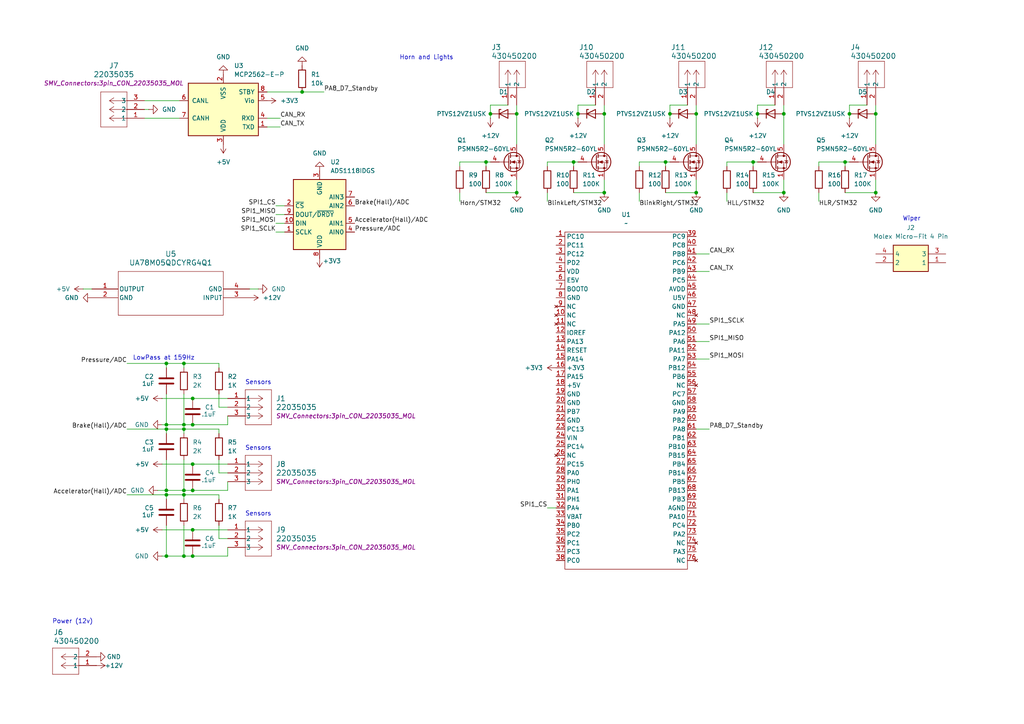
<source format=kicad_sch>
(kicad_sch (version 20250114) (generator "eeschema") (generator_version "9.0")
  (paper "A4")
  (lib_symbols
    (symbol "Analog_ADC:ADS1118IDGS"
      (property "Reference" "U" (at 1.27 13.97 0))
      (property "Value" "ADS1118IDGS" (at 1.27 11.43 0))
      (symbol "ADS1118IDGS_0_1"
        (rectangle (start 7.62 10.16) (end -7.62 -10.16) (stroke (width 0.254)) (fill (type background)))
      )
      (symbol "ADS1118IDGS_1_1"
        (pin input line (at -10.16 5.08 0) (length 2.54) (name "AIN0") (number "4"))
        (pin input line (at -10.16 2.54 0) (length 2.54) (name "AIN1") (number "5"))
        (pin input line (at -10.16 -2.54 0) (length 2.54) (name "AIN2") (number "6"))
        (pin input line (at -10.16 -5.08 0) (length 2.54) (name "AIN3") (number "7"))
        (pin power_in line (at 0 12.7 270) (length 2.54) (name "VDD") (number "8"))
        (pin power_in line (at 0 -12.7 90) (length 2.54) (name "GND") (number "3"))
        (pin input line (at 10.16 5.08 180) (length 2.54) (name "SCLK") (number "1"))
        (pin input line (at 10.16 2.54 180) (length 2.54) (name "DIN") (number "10"))
        (pin output line (at 10.16 0 180) (length 2.54) (name "DOUT/~{DRDY}") (number "9"))
        (pin input line (at 10.16 -2.54 180) (length 2.54) (name "~{CS}") (number "2"))
      )
    )
    (symbol "Device:C" (pin_numbers (hide yes)) (pin_names (offset 0.254))
      (property "Reference" "C" (at 0.635 2.54 0))
      (property "Value" "C" (at 0.635 -2.54 0))
      (symbol "C_0_1"
        (polyline (pts (xy -2.032 0.762) (xy 2.032 0.762)) (stroke (width 0.508)))
        (polyline (pts (xy -2.032 -0.762) (xy 2.032 -0.762)) (stroke (width 0.508)))
      )
      (symbol "C_1_1"
        (pin passive line (at 0 3.81 270) (length 2.794) (name "~") (number "1"))
        (pin passive line (at 0 -3.81 90) (length 2.794) (name "~") (number "2"))
      )
    )
    (symbol "Device:R" (pin_numbers (hide yes)) (pin_names (offset 0))
      (property "Reference" "R" (at 2.032 0 90))
      (property "Value" "R" (at 0 0 90))
      (symbol "R_0_1"
        (rectangle (start -1.016 -2.54) (end 1.016 2.54) (stroke (width 0.254)))
      )
      (symbol "R_1_1"
        (pin passive line (at 0 3.81 270) (length 1.27) (name "~") (number "1"))
        (pin passive line (at 0 -3.81 90) (length 1.27) (name "~") (number "2"))
      )
    )
    (symbol "Diode:PTVS12VZ1USK" (pin_numbers (hide yes)) (pin_names (hide yes))
      (property "Reference" "D" (at 0 2.54 0))
      (property "Value" "PTVS12VZ1USK" (at 0 -2.54 0))
      (symbol "PTVS12VZ1USK_0_1"
        (polyline (pts (xy -1.27 -1.27) (xy -1.27 1.27) (xy -0.762 1.27)) (stroke (width 0.254)))
        (polyline (pts (xy 1.27 0) (xy -1.27 0)))
        (polyline (pts (xy 1.27 -1.27) (xy 1.27 1.27) (xy -1.27 0) (xy 1.27 -1.27)) (stroke (width 0.254)))
      )
      (symbol "PTVS12VZ1USK_1_1"
        (pin passive line (at -3.81 0 0) (length 2.54) (name "K") (number "1"))
        (pin passive line (at 3.81 0 180) (length 2.54) (name "A") (number "2"))
      )
    )
    (symbol "Interface_CAN_LIN:MCP2562-E-P" (pin_names (offset 1.016))
      (property "Reference" "U" (at -10.16 8.89 0))
      (property "Value" "MCP2562-E-P" (at 2.54 8.89 0))
      (symbol "MCP2562-E-P_0_1"
        (rectangle (start -10.16 7.62) (end 10.16 -7.62) (stroke (width 0.254)) (fill (type background)))
      )
      (symbol "MCP2562-E-P_1_1"
        (pin input line (at -12.7 5.08 0) (length 2.54) (name "TXD") (number "1"))
        (pin output line (at -12.7 2.54 0) (length 2.54) (name "RXD") (number "4"))
        (pin power_in line (at -12.7 -2.54 0) (length 2.54) (name "Vio") (number "5"))
        (pin input line (at -12.7 -5.08 0) (length 2.54) (name "STBY") (number "8"))
        (pin power_in line (at 0 10.16 270) (length 2.54) (name "VDD") (number "3"))
        (pin power_in line (at 0 -10.16 90) (length 2.54) (name "VSS") (number "2"))
        (pin bidirectional line (at 12.7 2.54 180) (length 2.54) (name "CANH") (number "7"))
        (pin bidirectional line (at 12.7 -2.54 180) (length 2.54) (name "CANL") (number "6"))
      )
    )
    (symbol "SMV_Custom:3-pin Mini Molex Spox" (pin_names (offset 0.254))
      (property "Reference" "J" (at 8.89 6.35 0))
      (property "Value" "22035035" (at -3.81 3.81 0))
      (property "Footprint" "SMV_Connectors:3pin_CON_22035035_MOL" (at 0 0 0))
      (symbol "3-pin Mini Molex Spox_1_1"
        (polyline (pts (xy 5.08 2.54) (xy 5.08 -7.62)) (stroke (width 0.127)))
        (polyline (pts (xy 5.08 -7.62) (xy 12.7 -7.62)) (stroke (width 0.127)))
        (polyline (pts (xy 10.16 0) (xy 5.08 0)) (stroke (width 0.127)))
        (polyline (pts (xy 10.16 0) (xy 8.89 0.8467)) (stroke (width 0.127)))
        (polyline (pts (xy 10.16 0) (xy 8.89 -0.8467)) (stroke (width 0.127)))
        (polyline (pts (xy 10.16 -2.54) (xy 5.08 -2.54)) (stroke (width 0.127)))
        (polyline (pts (xy 10.16 -2.54) (xy 8.89 -1.6933)) (stroke (width 0.127)))
        (polyline (pts (xy 10.16 -2.54) (xy 8.89 -3.3867)) (stroke (width 0.127)))
        (polyline (pts (xy 10.16 -5.08) (xy 5.08 -5.08)) (stroke (width 0.127)))
        (polyline (pts (xy 10.16 -5.08) (xy 8.89 -4.2333)) (stroke (width 0.127)))
        (polyline (pts (xy 10.16 -5.08) (xy 8.89 -5.9267)) (stroke (width 0.127)))
        (polyline (pts (xy 12.7 2.54) (xy 5.08 2.54)) (stroke (width 0.127)))
        (polyline (pts (xy 12.7 -7.62) (xy 12.7 2.54)) (stroke (width 0.127)))
        (pin unspecified line (at 0 0 0) (length 5.08) (name "1") (number "1"))
        (pin unspecified line (at 0 -2.54 0) (length 5.08) (name "2") (number "2"))
        (pin unspecified line (at 0 -5.08 0) (length 5.08) (name "3") (number "3"))
      )
      (symbol "3-pin Mini Molex Spox_1_2"
        (polyline (pts (xy 5.08 2.54) (xy 5.08 -7.62)) (stroke (width 0.127)))
        (polyline (pts (xy 5.08 -7.62) (xy 12.7 -7.62)) (stroke (width 0.127)))
        (polyline (pts (xy 7.62 0) (xy 5.08 0)) (stroke (width 0.127)))
        (polyline (pts (xy 7.62 0) (xy 8.89 0.8467)) (stroke (width 0.127)))
        (polyline (pts (xy 7.62 0) (xy 8.89 -0.8467)) (stroke (width 0.127)))
        (polyline (pts (xy 7.62 -2.54) (xy 5.08 -2.54)) (stroke (width 0.127)))
        (polyline (pts (xy 7.62 -2.54) (xy 8.89 -1.6933)) (stroke (width 0.127)))
        (polyline (pts (xy 7.62 -2.54) (xy 8.89 -3.3867)) (stroke (width 0.127)))
        (polyline (pts (xy 7.62 -5.08) (xy 5.08 -5.08)) (stroke (width 0.127)))
        (polyline (pts (xy 7.62 -5.08) (xy 8.89 -4.2333)) (stroke (width 0.127)))
        (polyline (pts (xy 7.62 -5.08) (xy 8.89 -5.9267)) (stroke (width 0.127)))
        (polyline (pts (xy 12.7 2.54) (xy 5.08 2.54)) (stroke (width 0.127)))
        (polyline (pts (xy 12.7 -7.62) (xy 12.7 2.54)) (stroke (width 0.127)))
        (pin unspecified line (at 0 0 0) (length 5.08) (name "1") (number "1"))
        (pin unspecified line (at 0 -2.54 0) (length 5.08) (name "2") (number "2"))
        (pin unspecified line (at 0 -5.08 0) (length 5.08) (name "3") (number "3"))
      )
    )
    (symbol "SMV_Custom:430450200" (pin_names (offset 0.254))
      (property "Reference" "J" (at 8.89 6.35 0))
      (property "Value" "430450200" (at -3.048 -7.62 0))
      (symbol "430450200_1_1"
        (polyline (pts (xy 5.08 2.54) (xy 5.08 -5.08)) (stroke (width 0.127)))
        (polyline (pts (xy 5.08 -5.08) (xy 12.7 -5.08)) (stroke (width 0.127)))
        (polyline (pts (xy 10.16 0) (xy 5.08 0)) (stroke (width 0.127)))
        (polyline (pts (xy 10.16 0) (xy 8.89 0.8467)) (stroke (width 0.127)))
        (polyline (pts (xy 10.16 0) (xy 8.89 -0.8467)) (stroke (width 0.127)))
        (polyline (pts (xy 10.16 -2.54) (xy 5.08 -2.54)) (stroke (width 0.127)))
        (polyline (pts (xy 10.16 -2.54) (xy 8.89 -1.6933)) (stroke (width 0.127)))
        (polyline (pts (xy 10.16 -2.54) (xy 8.89 -3.3867)) (stroke (width 0.127)))
        (polyline (pts (xy 12.7 2.54) (xy 5.08 2.54)) (stroke (width 0.127)))
        (polyline (pts (xy 12.7 -5.08) (xy 12.7 2.54)) (stroke (width 0.127)))
        (pin unspecified line (at 0 0 0) (length 5.08) (name "1") (number "1"))
        (pin unspecified line (at 0 -2.54 0) (length 5.08) (name "2") (number "2"))
      )
      (symbol "430450200_1_2"
        (polyline (pts (xy 5.08 2.54) (xy 5.08 -5.08)) (stroke (width 0.127)))
        (polyline (pts (xy 5.08 -5.08) (xy 12.7 -5.08)) (stroke (width 0.127)))
        (polyline (pts (xy 7.62 0) (xy 5.08 0)) (stroke (width 0.127)))
        (polyline (pts (xy 7.62 0) (xy 8.89 0.8467)) (stroke (width 0.127)))
        (polyline (pts (xy 7.62 0) (xy 8.89 -0.8467)) (stroke (width 0.127)))
        (polyline (pts (xy 7.62 -2.54) (xy 5.08 -2.54)) (stroke (width 0.127)))
        (polyline (pts (xy 7.62 -2.54) (xy 8.89 -1.6933)) (stroke (width 0.127)))
        (polyline (pts (xy 7.62 -2.54) (xy 8.89 -3.3867)) (stroke (width 0.127)))
        (polyline (pts (xy 12.7 2.54) (xy 5.08 2.54)) (stroke (width 0.127)))
        (polyline (pts (xy 12.7 -5.08) (xy 12.7 2.54)) (stroke (width 0.127)))
        (pin unspecified line (at 0 0 0) (length 5.08) (name "1") (number "1"))
        (pin unspecified line (at 0 -2.54 0) (length 5.08) (name "2") (number "2"))
      )
    )
    (symbol "SMV_Custom:Molex Micro-Fit 4 Pin"
      (property "Reference" "J" (at 16.51 7.62 0))
      (property "Value" "Molex Micro-Fit 4 Pin" (at 16.51 5.08 0))
      (symbol "Molex Micro-Fit 4 Pin_1_1"
        (rectangle (start 5.08 2.54) (end 15.24 -5.08) (stroke (width 0.254)) (fill (type background)))
        (pin passive line (at 0 0 0) (length 5.08) (name "4") (number "4"))
        (pin passive line (at 0 -2.54 0) (length 5.08) (name "2") (number "2"))
        (pin passive line (at 20.32 0 180) (length 5.08) (name "3") (number "3"))
        (pin passive line (at 20.32 -2.54 180) (length 5.08) (name "1") (number "1"))
      )
    )
    (symbol "SMV_Custom:STM32_Nucleo_F446RE"
      (property "Reference" "U" (at 0 0 0))
      (symbol "STM32_Nucleo_F446RE_0_1"
        (rectangle (start -17.78 -1.27) (end 17.78 -99.06))
      )
      (symbol "STM32_Nucleo_F446RE_1_1"
        (pin bidirectional line (at -20.32 -2.54 0) (length 2.54) (name "PC10") (number "1"))
        (pin bidirectional line (at -20.32 -5.08 0) (length 2.54) (name "PC11") (number "2"))
        (pin bidirectional line (at -20.32 -7.62 0) (length 2.54) (name "PC12") (number "3"))
        (pin bidirectional line (at -20.32 -10.16 0) (length 2.54) (name "PD2") (number "4"))
        (pin power_in line (at -20.32 -12.7 0) (length 2.54) (name "VDD") (number "5"))
        (pin power_in line (at -20.32 -15.24 0) (length 2.54) (name "E5V") (number "6"))
        (pin input line (at -20.32 -17.78 0) (length 2.54) (name "BOOT0") (number "7"))
        (pin power_in line (at -20.32 -20.32 0) (length 2.54) (name "GND") (number "8"))
        (pin no_connect line (at -20.32 -22.86 0) (length 2.54) (name "NC") (number "9"))
        (pin no_connect line (at -20.32 -25.4 0) (length 2.54) (name "NC") (number "10"))
        (pin no_connect line (at -20.32 -27.94 0) (length 2.54) (name "NC") (number "11"))
        (pin input line (at -20.32 -30.48 0) (length 2.54) (name "IOREF") (number "12"))
        (pin bidirectional line (at -20.32 -33.02 0) (length 2.54) (name "PA13") (number "13"))
        (pin input line (at -20.32 -35.56 0) (length 2.54) (name "RESET") (number "14"))
        (pin bidirectional line (at -20.32 -38.1 0) (length 2.54) (name "PA14") (number "15"))
        (pin power_in line (at -20.32 -40.64 0) (length 2.54) (name "+3V3") (number "16"))
        (pin bidirectional line (at -20.32 -43.18 0) (length 2.54) (name "PA15") (number "17"))
        (pin power_in line (at -20.32 -45.72 0) (length 2.54) (name "+5V") (number "18"))
        (pin power_in line (at -20.32 -48.26 0) (length 2.54) (name "GND") (number "19"))
        (pin power_in line (at -20.32 -50.8 0) (length 2.54) (name "GND") (number "20"))
        (pin bidirectional line (at -20.32 -53.34 0) (length 2.54) (name "PB7") (number "21"))
        (pin power_in line (at -20.32 -55.88 0) (length 2.54) (name "GND") (number "22"))
        (pin bidirectional line (at -20.32 -58.42 0) (length 2.54) (name "PC13") (number "23"))
        (pin power_in line (at -20.32 -60.96 0) (length 2.54) (name "VIN") (number "24"))
        (pin bidirectional line (at -20.32 -63.5 0) (length 2.54) (name "PC14") (number "25"))
        (pin no_connect line (at -20.32 -66.04 0) (length 2.54) (name "NC") (number "26"))
        (pin bidirectional line (at -20.32 -68.58 0) (length 2.54) (name "PC15") (number "27"))
        (pin bidirectional line (at -20.32 -71.12 0) (length 2.54) (name "PA0") (number "28"))
        (pin bidirectional line (at -20.32 -73.66 0) (length 2.54) (name "PH0") (number "29"))
        (pin bidirectional line (at -20.32 -76.2 0) (length 2.54) (name "PA1") (number "30"))
        (pin bidirectional line (at -20.32 -78.74 0) (length 2.54) (name "PH1") (number "31"))
        (pin bidirectional line (at -20.32 -81.28 0) (length 2.54) (name "PA4") (number "32"))
        (pin power_in line (at -20.32 -83.82 0) (length 2.54) (name "VBAT") (number "33"))
        (pin bidirectional line (at -20.32 -86.36 0) (length 2.54) (name "PB0") (number "34"))
        (pin bidirectional line (at -20.32 -88.9 0) (length 2.54) (name "PC2") (number "35"))
        (pin bidirectional line (at -20.32 -91.44 0) (length 2.54) (name "PC1") (number "36"))
        (pin bidirectional line (at -20.32 -93.98 0) (length 2.54) (name "PC3") (number "37"))
        (pin bidirectional line (at -20.32 -96.52 0) (length 2.54) (name "PC0") (number "38"))
        (pin bidirectional line (at 20.32 -2.54 180) (length 2.54) (name "PC9") (number "39"))
        (pin bidirectional line (at 20.32 -5.08 180) (length 2.54) (name "PC8") (number "40"))
        (pin bidirectional line (at 20.32 -7.62 180) (length 2.54) (name "PB8") (number "41"))
        (pin bidirectional line (at 20.32 -10.16 180) (length 2.54) (name "PC6") (number "42"))
        (pin bidirectional line (at 20.32 -12.7 180) (length 2.54) (name "PB9") (number "43"))
        (pin bidirectional line (at 20.32 -15.24 180) (length 2.54) (name "PC5") (number "44"))
        (pin power_in line (at 20.32 -17.78 180) (length 2.54) (name "AVDD") (number "45"))
        (pin power_in line (at 20.32 -20.32 180) (length 2.54) (name "U5V") (number "46"))
        (pin power_in line (at 20.32 -22.86 180) (length 2.54) (name "GND") (number "47"))
        (pin no_connect line (at 20.32 -25.4 180) (length 2.54) (name "NC") (number "48"))
        (pin bidirectional line (at 20.32 -27.94 180) (length 2.54) (name "PA5") (number "49"))
        (pin bidirectional line (at 20.32 -30.48 180) (length 2.54) (name "PA12") (number "50"))
        (pin bidirectional line (at 20.32 -33.02 180) (length 2.54) (name "PA6") (number "51"))
        (pin bidirectional line (at 20.32 -35.56 180) (length 2.54) (name "PA11") (number "52"))
        (pin bidirectional line (at 20.32 -38.1 180) (length 2.54) (name "PA7") (number "53"))
        (pin bidirectional line (at 20.32 -40.64 180) (length 2.54) (name "PB12") (number "54"))
        (pin bidirectional line (at 20.32 -43.18 180) (length 2.54) (name "PB6") (number "55"))
        (pin no_connect line (at 20.32 -45.72 180) (length 2.54) (name "NC") (number "56"))
        (pin bidirectional line (at 20.32 -48.26 180) (length 2.54) (name "PC7") (number "57"))
        (pin power_in line (at 20.32 -50.8 180) (length 2.54) (name "GND") (number "58"))
        (pin bidirectional line (at 20.32 -53.34 180) (length 2.54) (name "PA9") (number "59"))
        (pin bidirectional line (at 20.32 -55.88 180) (length 2.54) (name "PB2") (number "60"))
        (pin bidirectional line (at 20.32 -58.42 180) (length 2.54) (name "PA8") (number "61"))
        (pin bidirectional line (at 20.32 -60.96 180) (length 2.54) (name "PB1") (number "62"))
        (pin bidirectional line (at 20.32 -63.5 180) (length 2.54) (name "PB10") (number "63"))
        (pin bidirectional line (at 20.32 -66.04 180) (length 2.54) (name "PB15") (number "64"))
        (pin bidirectional line (at 20.32 -68.58 180) (length 2.54) (name "PB4") (number "65"))
        (pin bidirectional line (at 20.32 -71.12 180) (length 2.54) (name "PB14") (number "66"))
        (pin bidirectional line (at 20.32 -73.66 180) (length 2.54) (name "PB5") (number "67"))
        (pin bidirectional line (at 20.32 -76.2 180) (length 2.54) (name "PB13") (number "68"))
        (pin bidirectional line (at 20.32 -78.74 180) (length 2.54) (name "PB3") (number "69"))
        (pin power_in line (at 20.32 -81.28 180) (length 2.54) (name "AGND") (number "70"))
        (pin bidirectional line (at 20.32 -83.82 180) (length 2.54) (name "PA10") (number "71"))
        (pin bidirectional line (at 20.32 -86.36 180) (length 2.54) (name "PC4") (number "72"))
        (pin bidirectional line (at 20.32 -88.9 180) (length 2.54) (name "PA2") (number "73"))
        (pin no_connect line (at 20.32 -91.44 180) (length 2.54) (name "NC") (number "74"))
        (pin bidirectional line (at 20.32 -93.98 180) (length 2.54) (name "PA3") (number "75"))
        (pin no_connect line (at 20.32 -96.52 180) (length 2.54) (name "NC") (number "76"))
      )
    )
    (symbol "SMV_Custom:UA78M05QDCYRG4Q1" (pin_names (offset 0.254))
      (property "Reference" "U" (at 22.86 10.16 0))
      (property "Value" "UA78M05QDCYRG4Q1" (at 24.13 7.62 0))
      (symbol "UA78M05QDCYRG4Q1_0_1"
        (polyline (pts (xy 7.62 5.08) (xy 7.62 -7.62)) (stroke (width 0.127)))
        (polyline (pts (xy 7.62 -7.62) (xy 38.1 -7.62)) (stroke (width 0.127)))
        (polyline (pts (xy 38.1 5.08) (xy 7.62 5.08)) (stroke (width 0.127)))
        (polyline (pts (xy 38.1 -7.62) (xy 38.1 5.08)) (stroke (width 0.127)))
        (pin output line (at 0 0 0) (length 7.62) (name "OUTPUT") (number "1"))
        (pin unspecified line (at 0 -2.54 0) (length 7.62) (name "GND") (number "2"))
        (pin input line (at 45.72 -2.54 180) (length 7.62) (name "INPUT") (number "3"))
      )
      (symbol "UA78M05QDCYRG4Q1_1_1"
        (pin unspecified line (at 45.72 0 180) (length 7.62) (name "GND") (number "4"))
      )
    )
    (symbol "Transistor_FET:PSMN5R2-60YL" (pin_names (hide yes))
      (property "Reference" "Q" (at 5.715 1.905 0))
      (property "Value" "PSMN5R2-60YL" (at 12.7 0 0))
      (symbol "PSMN5R2-60YL_0_1"
        (polyline (pts (xy 0.254 1.905) (xy 0.254 -1.905)) (stroke (width 0.254)))
        (polyline (pts (xy 0.254 0) (xy -2.54 0)))
        (polyline (pts (xy 0.762 2.286) (xy 0.762 1.27)) (stroke (width 0.254)))
        (polyline (pts (xy 0.762 0.508) (xy 0.762 -0.508)) (stroke (width 0.254)))
        (polyline (pts (xy 0.762 -1.27) (xy 0.762 -2.286)) (stroke (width 0.254)))
        (polyline (pts (xy 0.762 -1.778) (xy 3.302 -1.778) (xy 3.302 1.778) (xy 0.762 1.778)))
        (polyline (pts (xy 1.016 0) (xy 2.032 0.381) (xy 2.032 -0.381) (xy 1.016 0)) (fill (type outline)))
        (circle (center 1.651 0) (radius 2.794) (stroke (width 0.254)))
        (polyline (pts (xy 2.54 2.54) (xy 2.54 1.778)))
        (circle (center 2.54 1.778) (radius 0.254) (fill (type outline)))
        (circle (center 2.54 -1.778) (radius 0.254) (fill (type outline)))
        (polyline (pts (xy 2.54 -2.54) (xy 2.54 0) (xy 0.762 0)))
        (polyline (pts (xy 2.794 0.508) (xy 2.921 0.381) (xy 3.683 0.381) (xy 3.81 0.254)))
        (polyline (pts (xy 3.302 0.381) (xy 2.921 -0.254) (xy 3.683 -0.254) (xy 3.302 0.381)))
      )
      (symbol "PSMN5R2-60YL_1_1"
        (pin passive line (at -5.08 0 0) (length 2.54) (name "G") (number "4"))
        (pin passive line (at 2.54 5.08 270) (length 2.54) (name "D") (number "5"))
        (pin passive line (at 2.54 -5.08 90) (length 2.54) (name "S") (number "1"))
        (pin passive line (at 2.54 -5.08 90) (length 2.54) (hide yes) (name "S") (number "2"))
        (pin passive line (at 2.54 -5.08 90) (length 2.54) (hide yes) (name "S") (number "3"))
      )
    )
    (symbol "power:+12V" (power) (pin_numbers (hide yes)) (pin_names (offset 0) (hide yes))
      (property "Value" "+12V" (at 0 3.556 0))
      (symbol "+12V_0_1"
        (polyline (pts (xy -0.762 1.27) (xy 0 2.54)))
        (polyline (pts (xy 0 2.54) (xy 0.762 1.27)))
        (polyline (pts (xy 0 0) (xy 0 2.54)))
      )
      (symbol "+12V_1_1"
        (pin power_in line (at 0 0 90) (length 0) (name "~") (number "1"))
      )
    )
    (symbol "power:+3V3" (power) (pin_numbers (hide yes)) (pin_names (offset 0) (hide yes))
      (property "Value" "+3V3" (at 0 3.556 0))
      (symbol "+3V3_0_1"
        (polyline (pts (xy -0.762 1.27) (xy 0 2.54)))
        (polyline (pts (xy 0 2.54) (xy 0.762 1.27)))
        (polyline (pts (xy 0 0) (xy 0 2.54)))
      )
      (symbol "+3V3_1_1"
        (pin power_in line (at 0 0 90) (length 0) (name "~") (number "1"))
      )
    )
    (symbol "power:+5V" (power) (pin_numbers (hide yes)) (pin_names (offset 0) (hide yes))
      (property "Value" "+5V" (at 0 3.556 0))
      (symbol "+5V_0_1"
        (polyline (pts (xy -0.762 1.27) (xy 0 2.54)))
        (polyline (pts (xy 0 2.54) (xy 0.762 1.27)))
        (polyline (pts (xy 0 0) (xy 0 2.54)))
      )
      (symbol "+5V_1_1"
        (pin power_in line (at 0 0 90) (length 0) (name "~") (number "1"))
      )
    )
    (symbol "power:GND" (power) (pin_numbers (hide yes)) (pin_names (offset 0) (hide yes))
      (property "Value" "GND" (at 0 -3.81 0))
      (symbol "GND_0_1"
        (polyline (pts (xy 0 0) (xy 0 -1.27) (xy 1.27 -1.27) (xy 0 -2.54) (xy -1.27 -1.27) (xy 0 -1.27)))
      )
      (symbol "GND_1_1"
        (pin power_in line (at 0 0 270) (length 0) (name "~") (number "1"))
      )
    )
  )
  (text "LowPass at 159Hz" (at 47.498 103.886 0) (effects (font (size 1.27 1.27))))
  (text "Sensors\n" (at 74.93 149.098 0) (effects (font (size 1.27 1.27))))
  (text "Power (12v)" (at 21.082 180.34 0) (effects (font (size 1.27 1.27))))
  (text "Sensors\n" (at 74.93 110.998 0) (effects (font (size 1.27 1.27))))
  (text "Wiper" (at 264.414 63.5 0) (effects (font (size 1.27 1.27))))
  (text "Horn and Lights" (at 123.698 16.764 0) (effects (font (size 1.27 1.27))))
  (text "Sensors\n" (at 74.93 130.048 0) (effects (font (size 1.27 1.27))))
  (junction (at 53.34 124.46))
  (junction (at 53.34 123.19))
  (junction (at 55.88 134.62))
  (junction (at 149.86 33.02))
  (junction (at 142.24 33.02))
  (junction (at 87.63 26.67))
  (junction (at 55.88 161.29))
  (junction (at 53.34 142.24))
  (junction (at 48.26 124.46))
  (junction (at 48.26 161.29))
  (junction (at 166.37 46.99))
  (junction (at 55.88 142.24))
  (junction (at 55.88 115.57))
  (junction (at 53.34 105.41))
  (junction (at 245.11 46.99))
  (junction (at 167.64 33.02))
  (junction (at 227.33 33.02))
  (junction (at 194.31 33.02))
  (junction (at 227.33 55.88))
  (junction (at 48.26 123.19))
  (junction (at 246.38 33.02))
  (junction (at 175.26 33.02))
  (junction (at 175.26 55.88))
  (junction (at 201.93 55.88))
  (junction (at 53.34 161.29))
  (junction (at 254 33.02))
  (junction (at 218.44 46.99))
  (junction (at 201.93 33.02))
  (junction (at 55.88 123.19))
  (junction (at 219.71 33.02))
  (junction (at 55.88 153.67))
  (junction (at 149.86 55.88))
  (junction (at 48.26 143.51))
  (junction (at 53.34 143.51))
  (junction (at 140.97 46.99))
  (junction (at 254 55.88))
  (junction (at 193.04 46.99))
  (junction (at 48.26 142.24))
  (junction (at 48.26 105.41))
  (wire (pts (xy 201.93 104.14) (xy 205.74 104.14)))
  (wire (pts (xy 149.86 33.02) (xy 149.86 41.91)))
  (wire (pts (xy 237.49 46.99) (xy 237.49 48.26)))
  (wire (pts (xy 210.82 46.99) (xy 210.82 48.26)))
  (wire (pts (xy 48.26 142.24) (xy 53.34 142.24)))
  (wire (pts (xy 133.35 46.99) (xy 140.97 46.99)))
  (wire (pts (xy 227.33 30.48) (xy 227.33 33.02)))
  (wire (pts (xy 142.24 33.02) (xy 142.24 30.48)))
  (wire (pts (xy 53.34 152.4) (xy 53.34 161.29)))
  (wire (pts (xy 55.88 123.19) (xy 66.04 123.19)))
  (wire (pts (xy 194.31 46.99) (xy 193.04 46.99)))
  (wire (pts (xy 80.01 59.69) (xy 82.55 59.69)))
  (wire (pts (xy 201.93 33.02) (xy 201.93 41.91)))
  (wire (pts (xy 142.24 46.99) (xy 140.97 46.99)))
  (wire (pts (xy 194.31 30.48) (xy 199.39 30.48)))
  (wire (pts (xy 53.34 114.3) (xy 53.34 123.19)))
  (wire (pts (xy 46.99 161.29) (xy 48.26 161.29)))
  (wire (pts (xy 55.88 161.29) (xy 66.04 161.29)))
  (wire (pts (xy 158.75 46.99) (xy 158.75 48.26)))
  (wire (pts (xy 175.26 33.02) (xy 175.26 41.91)))
  (wire (pts (xy 175.26 52.07) (xy 175.26 55.88)))
  (wire (pts (xy 48.26 105.41) (xy 53.34 105.41)))
  (wire (pts (xy 227.33 55.88) (xy 218.44 55.88)))
  (wire (pts (xy 48.26 133.35) (xy 48.26 142.24)))
  (wire (pts (xy 55.88 153.67) (xy 66.04 153.67)))
  (wire (pts (xy 55.88 142.24) (xy 66.04 142.24)))
  (wire (pts (xy 185.42 58.42) (xy 185.42 55.88)))
  (wire (pts (xy 201.93 124.46) (xy 205.74 124.46)))
  (wire (pts (xy 227.33 52.07) (xy 227.33 55.88)))
  (wire (pts (xy 149.86 55.88) (xy 140.97 55.88)))
  (wire (pts (xy 41.91 31.75) (xy 43.18 31.75)))
  (wire (pts (xy 254 55.88) (xy 245.11 55.88)))
  (wire (pts (xy 142.24 30.48) (xy 147.32 30.48)))
  (wire (pts (xy 41.91 29.21) (xy 52.07 29.21)))
  (wire (pts (xy 254 33.02) (xy 254 41.91)))
  (wire (pts (xy 77.47 34.29) (xy 81.28 34.29)))
  (wire (pts (xy 63.5 156.21) (xy 66.04 156.21)))
  (wire (pts (xy 48.26 161.29) (xy 53.34 161.29)))
  (wire (pts (xy 53.34 124.46) (xy 53.34 125.73)))
  (wire (pts (xy 66.04 139.7) (xy 66.04 142.24)))
  (wire (pts (xy 142.24 34.29) (xy 142.24 33.02)))
  (wire (pts (xy 219.71 30.48) (xy 224.79 30.48)))
  (wire (pts (xy 158.75 46.99) (xy 166.37 46.99)))
  (wire (pts (xy 219.71 46.99) (xy 218.44 46.99)))
  (wire (pts (xy 46.99 115.57) (xy 55.88 115.57)))
  (wire (pts (xy 246.38 34.29) (xy 246.38 33.02)))
  (wire (pts (xy 167.64 34.29) (xy 167.64 33.02)))
  (wire (pts (xy 167.64 33.02) (xy 167.64 30.48)))
  (wire (pts (xy 48.26 144.78) (xy 48.26 143.51)))
  (wire (pts (xy 140.97 46.99) (xy 140.97 48.26)))
  (wire (pts (xy 201.93 55.88) (xy 193.04 55.88)))
  (wire (pts (xy 201.93 52.07) (xy 201.93 55.88)))
  (wire (pts (xy 167.64 30.48) (xy 172.72 30.48)))
  (wire (pts (xy 72.39 83.82) (xy 74.93 83.82)))
  (wire (pts (xy 55.88 134.62) (xy 66.04 134.62)))
  (wire (pts (xy 149.86 52.07) (xy 149.86 55.88)))
  (wire (pts (xy 53.34 142.24) (xy 55.88 142.24)))
  (wire (pts (xy 46.99 134.62) (xy 55.88 134.62)))
  (wire (pts (xy 63.5 133.35) (xy 63.5 137.16)))
  (wire (pts (xy 227.33 33.02) (xy 227.33 41.91)))
  (wire (pts (xy 77.47 26.67) (xy 87.63 26.67)))
  (wire (pts (xy 53.34 133.35) (xy 53.34 142.24)))
  (wire (pts (xy 45.72 142.24) (xy 48.26 142.24)))
  (wire (pts (xy 53.34 105.41) (xy 53.34 106.68)))
  (wire (pts (xy 24.13 83.82) (xy 26.67 83.82)))
  (wire (pts (xy 48.26 152.4) (xy 48.26 161.29)))
  (wire (pts (xy 194.31 34.29) (xy 194.31 33.02)))
  (wire (pts (xy 246.38 33.02) (xy 246.38 30.48)))
  (wire (pts (xy 48.26 124.46) (xy 53.34 124.46)))
  (wire (pts (xy 53.34 105.41) (xy 63.5 105.41)))
  (wire (pts (xy 36.83 124.46) (xy 48.26 124.46)))
  (wire (pts (xy 63.5 105.41) (xy 63.5 106.68)))
  (wire (pts (xy 201.93 93.98) (xy 205.74 93.98)))
  (wire (pts (xy 158.75 147.32) (xy 161.29 147.32)))
  (wire (pts (xy 36.83 143.51) (xy 48.26 143.51)))
  (wire (pts (xy 193.04 46.99) (xy 193.04 48.26)))
  (wire (pts (xy 66.04 120.65) (xy 66.04 123.19)))
  (wire (pts (xy 175.26 55.88) (xy 166.37 55.88)))
  (wire (pts (xy 218.44 46.99) (xy 218.44 48.26)))
  (wire (pts (xy 237.49 46.99) (xy 245.11 46.99)))
  (wire (pts (xy 133.35 46.99) (xy 133.35 48.26)))
  (wire (pts (xy 246.38 30.48) (xy 251.46 30.48)))
  (wire (pts (xy 210.82 46.99) (xy 218.44 46.99)))
  (wire (pts (xy 63.5 152.4) (xy 63.5 156.21)))
  (wire (pts (xy 46.99 123.19) (xy 48.26 123.19)))
  (wire (pts (xy 254 30.48) (xy 254 33.02)))
  (wire (pts (xy 201.93 78.74) (xy 205.74 78.74)))
  (wire (pts (xy 48.26 114.3) (xy 48.26 123.19)))
  (wire (pts (xy 53.34 143.51) (xy 53.34 144.78)))
  (wire (pts (xy 149.86 30.48) (xy 149.86 33.02)))
  (wire (pts (xy 77.47 36.83) (xy 81.28 36.83)))
  (wire (pts (xy 133.35 58.42) (xy 133.35 55.88)))
  (wire (pts (xy 63.5 118.11) (xy 66.04 118.11)))
  (wire (pts (xy 80.01 62.23) (xy 82.55 62.23)))
  (wire (pts (xy 201.93 30.48) (xy 201.93 33.02)))
  (wire (pts (xy 46.99 153.67) (xy 55.88 153.67)))
  (wire (pts (xy 87.63 26.67) (xy 93.98 26.67)))
  (wire (pts (xy 80.01 64.77) (xy 82.55 64.77)))
  (wire (pts (xy 48.26 143.51) (xy 53.34 143.51)))
  (wire (pts (xy 194.31 33.02) (xy 194.31 30.48)))
  (wire (pts (xy 219.71 34.29) (xy 219.71 33.02)))
  (wire (pts (xy 158.75 58.42) (xy 158.75 55.88)))
  (wire (pts (xy 201.93 99.06) (xy 205.74 99.06)))
  (wire (pts (xy 53.34 161.29) (xy 55.88 161.29)))
  (wire (pts (xy 48.26 106.68) (xy 48.26 105.41)))
  (wire (pts (xy 80.01 67.31) (xy 82.55 67.31)))
  (wire (pts (xy 63.5 124.46) (xy 63.5 125.73)))
  (wire (pts (xy 66.04 158.75) (xy 66.04 161.29)))
  (wire (pts (xy 63.5 137.16) (xy 66.04 137.16)))
  (wire (pts (xy 48.26 125.73) (xy 48.26 124.46)))
  (wire (pts (xy 48.26 123.19) (xy 53.34 123.19)))
  (wire (pts (xy 36.83 105.41) (xy 48.26 105.41)))
  (wire (pts (xy 166.37 46.99) (xy 166.37 48.26)))
  (wire (pts (xy 254 52.07) (xy 254 55.88)))
  (wire (pts (xy 185.42 46.99) (xy 185.42 48.26)))
  (wire (pts (xy 53.34 143.51) (xy 63.5 143.51)))
  (wire (pts (xy 245.11 46.99) (xy 245.11 48.26)))
  (wire (pts (xy 41.91 34.29) (xy 52.07 34.29)))
  (wire (pts (xy 63.5 143.51) (xy 63.5 144.78)))
  (wire (pts (xy 53.34 123.19) (xy 55.88 123.19)))
  (wire (pts (xy 175.26 30.48) (xy 175.26 33.02)))
  (wire (pts (xy 185.42 46.99) (xy 193.04 46.99)))
  (wire (pts (xy 210.82 58.42) (xy 210.82 55.88)))
  (wire (pts (xy 55.88 115.57) (xy 66.04 115.57)))
  (wire (pts (xy 219.71 33.02) (xy 219.71 30.48)))
  (wire (pts (xy 246.38 46.99) (xy 245.11 46.99)))
  (wire (pts (xy 237.49 58.42) (xy 237.49 55.88)))
  (wire (pts (xy 53.34 124.46) (xy 63.5 124.46)))
  (wire (pts (xy 63.5 114.3) (xy 63.5 118.11)))
  (wire (pts (xy 201.93 73.66) (xy 205.74 73.66)))
  (wire (pts (xy 167.64 46.99) (xy 166.37 46.99)))
  (label "SPI1_SCLK" (at 205.74 93.98 0))
  (label "Accelerator(Hall)/ADC" (at 36.83 143.51 180))
  (label "SPI1_SCLK" (at 80.01 67.31 180))
  (label "HLR/STM32" (at 237.49 58.42 0))
  (label "Pressure{slash}ADC" (at 36.83 105.41 180))
  (label "Pressure{slash}ADC" (at 102.87 67.31 0))
  (label "BlinkLeft/STM32" (at 158.75 58.42 0))
  (label "SPI1_CS" (at 80.01 59.69 180))
  (label "PA8_D7_Standby" (at 205.74 124.46 0))
  (label "BlinkRight/STM32" (at 185.42 58.42 0))
  (label "Brake(Hall){slash}ADC" (at 102.87 59.69 0))
  (label "Brake(Hall){slash}ADC" (at 36.83 124.46 180))
  (label "CAN_TX" (at 81.28 36.83 0))
  (label "Horn{slash}STM32" (at 133.35 58.42 0))
  (label "CAN_RX" (at 81.28 34.29 0))
  (label "CAN_TX" (at 205.74 78.74 0))
  (label "Accelerator(Hall)/ADC" (at 102.87 64.77 0))
  (label "HLL/STM32" (at 210.82 58.42 0))
  (label "SPI1_MISO" (at 205.74 99.06 0))
  (label "SPI1_MOSI" (at 80.01 64.77 180))
  (label "PA8_D7_Standby" (at 93.98 26.67 0))
  (label "SPI1_MISO" (at 80.01 62.23 180))
  (label "SPI1_CS" (at 158.75 147.32 180))
  (label "SPI1_MOSI" (at 205.74 104.14 0))
  (label "CAN_RX" (at 205.74 73.66 0))
  (symbol (lib_id "Device:C") (at 55.88 138.43 0) (unit 1)
    (property "Reference" "C4" (at 59.436 137.16 0) (effects (justify left)))
    (property "Value" ".1uF" (at 58.42 139.192 0) (effects (justify left)))
    (property "Description" "Unpolarized capacitor" (effects (hide yes)))
  )
  (symbol (lib_id "Device:R") (at 185.42 52.07 180) (unit 1)
    (property "Reference" "R12" (at 187.96 50.7999 0) (effects (justify right)))
    (property "Value" "100" (at 187.96 53.3399 0) (effects (justify right)))
    (property "Description" "Resistor" (effects (hide yes)))
  )
  (symbol (lib_id "Device:R") (at 53.34 129.54 0) (unit 1)
    (property "Reference" "R4" (at 55.88 128.2699 0) (effects (justify left)))
    (property "Value" "2K" (at 55.88 130.8099 0) (effects (justify left)))
    (property "Description" "Resistor" (effects (hide yes)))
  )
  (symbol (lib_id "Device:R") (at 218.44 52.07 0) (unit 1)
    (property "Reference" "R15" (at 220.98 50.7999 0) (effects (justify left)))
    (property "Value" "100K" (at 220.98 53.3399 0) (effects (justify left)))
    (property "Description" "Resistor" (effects (hide yes)))
  )
  (symbol (lib_id "power:+5V") (at 46.99 115.57 90) (unit 1)
    (property "Reference" "#PWR017" (effects (hide yes)))
    (property "Value" "+5V" (at 43.18 115.5699 90) (effects (justify left)))
    (property "Description" "Power symbol creates a global label with name \"+5V\"" (effects (hide yes)))
  )
  (symbol (lib_id "Diode:PTVS12VZ1USK") (at 250.19 33.02 0) (unit 1)
    (property "Reference" "D5" (at 250.19 26.67 0))
    (property "Value" "PTVS12VZ1USK" (at 237.998 33.02 0))
    (property "Footprint" "Diode_SMD:Nexperia_DSN1608-2_1.6x0.8mm" (effects (hide yes)))
    (property "Datasheet" "https://assets.nexperia.com/documents/data-sheet/PTVS12VZ1USK.pdf" (effects (hide yes)))
    (property "Description" "12V, 1900W TVS unidirectional diode, DSN1608-2" (effects (hide yes)))
  )
  (symbol (lib_id "power:+12V") (at 167.64 34.29 180) (unit 1)
    (property "Reference" "#PWR025" (effects (hide yes)))
    (property "Value" "+12V" (at 167.64 39.37 0))
    (property "Description" "Power symbol creates a global label with name \"+12V\"" (effects (hide yes)))
  )
  (symbol (lib_id "Device:R") (at 133.35 52.07 180) (unit 1)
    (property "Reference" "R9" (at 135.89 50.7999 0) (effects (justify right)))
    (property "Value" "100" (at 135.89 53.3399 0) (effects (justify right)))
    (property "Description" "Resistor" (effects (hide yes)))
  )
  (symbol (lib_id "SMV_Custom:430450200") (at 27.94 193.04 180) (unit 1)
    (property "Reference" "J6" (at 15.494 183.3879 0) (effects (font (size 1.524 1.524)) (justify right)))
    (property "Value" "430450200" (at 15.494 185.9279 0) (effects (font (size 1.524 1.524)) (justify right)))
    (property "Footprint" "SMV_Connectors:CONN_SD-43045-001_02_MOL" (effects (hide yes)))
    (property "Datasheet" "430450200" (effects (hide yes)))
  )
  (symbol (lib_id "Device:R") (at 245.11 52.07 0) (unit 1)
    (property "Reference" "R17" (at 247.65 50.7999 0) (effects (justify left)))
    (property "Value" "100K" (at 247.65 53.3399 0) (effects (justify left)))
    (property "Description" "Resistor" (effects (hide yes)))
  )
  (symbol (lib_id "Device:R") (at 63.5 110.49 0) (unit 1)
    (property "Reference" "R2" (at 66.04 109.2199 0) (effects (justify left)))
    (property "Value" "1K" (at 66.04 111.7599 0) (effects (justify left)))
    (property "Description" "Resistor" (effects (hide yes)))
  )
  (symbol (lib_id "Device:R") (at 53.34 110.49 0) (unit 1)
    (property "Reference" "R3" (at 55.88 109.2199 0) (effects (justify left)))
    (property "Value" "2K" (at 55.88 111.7599 0) (effects (justify left)))
    (property "Description" "Resistor" (effects (hide yes)))
  )
  (symbol (lib_id "SMV_Custom:430450200") (at 199.39 30.48 90) (unit 1)
    (property "Reference" "J11" (at 194.564 13.716 90) (effects (font (size 1.524 1.524)) (justify right)))
    (property "Value" "430450200" (at 194.564 16.256 90) (effects (font (size 1.524 1.524)) (justify right)))
    (property "Footprint" "SMV_Connectors:CONN_SD-43045-001_02_MOL" (effects (hide yes)))
    (property "Datasheet" "430450200" (effects (hide yes)))
  )
  (symbol (lib_id "Device:C") (at 55.88 157.48 0) (unit 1)
    (property "Reference" "C6" (at 59.436 156.21 0) (effects (justify left)))
    (property "Value" ".1uF" (at 58.42 158.242 0) (effects (justify left)))
    (property "Description" "Unpolarized capacitor" (effects (hide yes)))
  )
  (symbol (lib_id "SMV_Custom:430450200") (at 172.72 30.48 90) (unit 1)
    (property "Reference" "J10" (at 167.894 13.716 90) (effects (font (size 1.524 1.524)) (justify right)))
    (property "Value" "430450200" (at 167.894 16.256 90) (effects (font (size 1.524 1.524)) (justify right)))
    (property "Footprint" "SMV_Connectors:CONN_SD-43045-001_02_MOL" (effects (hide yes)))
    (property "Datasheet" "430450200" (effects (hide yes)))
  )
  (symbol (lib_id "Diode:PTVS12VZ1USK") (at 198.12 33.02 0) (unit 1)
    (property "Reference" "D3" (at 198.12 26.67 0))
    (property "Value" "PTVS12VZ1USK" (at 185.928 33.02 0))
    (property "Footprint" "Diode_SMD:Nexperia_DSN1608-2_1.6x0.8mm" (effects (hide yes)))
    (property "Datasheet" "https://assets.nexperia.com/documents/data-sheet/PTVS12VZ1USK.pdf" (effects (hide yes)))
    (property "Description" "12V, 1900W TVS unidirectional diode, DSN1608-2" (effects (hide yes)))
  )
  (symbol (lib_id "power:+5V") (at 46.99 153.67 90) (unit 1)
    (property "Reference" "#PWR021" (effects (hide yes)))
    (property "Value" "+5V" (at 43.18 153.6699 90) (effects (justify left)))
    (property "Description" "Power symbol creates a global label with name \"+5V\"" (effects (hide yes)))
  )
  (symbol (lib_id "power:+5V") (at 46.99 134.62 90) (unit 1)
    (property "Reference" "#PWR019" (effects (hide yes)))
    (property "Value" "+5V" (at 43.18 134.6199 90) (effects (justify left)))
    (property "Description" "Power symbol creates a global label with name \"+5V\"" (effects (hide yes)))
  )
  (symbol (lib_id "power:GND") (at 92.71 49.53 180) (unit 1)
    (property "Reference" "#PWR016" (effects (hide yes)))
    (property "Value" "GND" (at 92.71 44.45 0))
    (property "Description" "Power symbol creates a global label with name \"GND\" , ground" (effects (hide yes)))
  )
  (symbol (lib_id "Device:R") (at 158.75 52.07 180) (unit 1)
    (property "Reference" "R10" (at 161.29 50.7999 0) (effects (justify right)))
    (property "Value" "100" (at 161.29 53.3399 0) (effects (justify right)))
    (property "Description" "Resistor" (effects (hide yes)))
  )
  (symbol (lib_id "power:GND") (at 175.26 55.88 0) (unit 1)
    (property "Reference" "#PWR026" (effects (hide yes)))
    (property "Value" "GND" (at 175.26 60.96 0))
    (property "Description" "Power symbol creates a global label with name \"GND\" , ground" (effects (hide yes)))
  )
  (symbol (lib_id "Device:R") (at 53.34 148.59 0) (unit 1)
    (property "Reference" "R6" (at 55.88 147.3199 0) (effects (justify left)))
    (property "Value" "2K" (at 55.88 149.8599 0) (effects (justify left)))
    (property "Description" "Resistor" (effects (hide yes)))
  )
  (symbol (lib_id "Device:R") (at 193.04 52.07 0) (unit 1)
    (property "Reference" "R13" (at 195.58 50.7999 0) (effects (justify left)))
    (property "Value" "100K" (at 195.58 53.3399 0) (effects (justify left)))
    (property "Description" "Resistor" (effects (hide yes)))
  )
  (symbol (lib_id "power:GND") (at 27.94 190.5 90) (unit 1)
    (property "Reference" "#PWR05" (effects (hide yes)))
    (property "Value" "GND" (at 33.02 190.5 90))
    (property "Description" "Power symbol creates a global label with name \"GND\" , ground" (effects (hide yes)))
  )
  (symbol (lib_id "power:GND") (at 46.99 161.29 270) (unit 1)
    (property "Reference" "#PWR022" (effects (hide yes)))
    (property "Value" "GND" (at 43.18 161.2899 90) (effects (justify right)))
    (property "Description" "Power symbol creates a global label with name \"GND\" , ground" (effects (hide yes)))
  )
  (symbol (lib_id "power:GND") (at 87.63 19.05 180) (unit 1)
    (property "Reference" "#PWR010" (effects (hide yes)))
    (property "Value" "GND" (at 87.63 13.97 0))
    (property "Description" "Power symbol creates a global label with name \"GND\" , ground" (effects (hide yes)))
  )
  (symbol (lib_id "power:+5V") (at 64.77 41.91 180) (unit 1)
    (property "Reference" "#PWR03" (effects (hide yes)))
    (property "Value" "+5V" (at 64.77 46.99 0))
    (property "Description" "Power symbol creates a global label with name \"+5V\"" (effects (hide yes)))
  )
  (symbol (lib_id "Diode:PTVS12VZ1USK") (at 223.52 33.02 0) (unit 1)
    (property "Reference" "D4" (at 223.52 26.67 0))
    (property "Value" "PTVS12VZ1USK" (at 211.328 33.02 0))
    (property "Footprint" "Diode_SMD:Nexperia_DSN1608-2_1.6x0.8mm" (effects (hide yes)))
    (property "Datasheet" "https://assets.nexperia.com/documents/data-sheet/PTVS12VZ1USK.pdf" (effects (hide yes)))
    (property "Description" "12V, 1900W TVS unidirectional diode, DSN1608-2" (effects (hide yes)))
  )
  (symbol (lib_id "power:+12V") (at 142.24 34.29 180) (unit 1)
    (property "Reference" "#PWR023" (effects (hide yes)))
    (property "Value" "+12V" (at 142.24 39.37 0))
    (property "Description" "Power symbol creates a global label with name \"+12V\"" (effects (hide yes)))
  )
  (symbol (lib_id "Device:R") (at 237.49 52.07 180) (unit 1)
    (property "Reference" "R16" (at 240.03 50.7999 0) (effects (justify right)))
    (property "Value" "100" (at 240.03 53.3399 0) (effects (justify right)))
    (property "Description" "Resistor" (effects (hide yes)))
  )
  (symbol (lib_id "Device:R") (at 140.97 52.07 0) (unit 1)
    (property "Reference" "R8" (at 143.51 50.7999 0) (effects (justify left)))
    (property "Value" "100K" (at 143.51 53.3399 0) (effects (justify left)))
    (property "Description" "Resistor" (effects (hide yes)))
  )
  (symbol (lib_id "Transistor_FET:PSMN5R2-60YL") (at 224.79 46.99 0) (unit 1)
    (property "Reference" "Q4" (at 210.058 40.64 0) (effects (justify left)))
    (property "Value" "PSMN5R2-60YL" (at 210.058 43.18 0) (effects (justify left)))
    (property "Footprint" "Package_TO_SOT_SMD:LFPAK56" (effects (hide yes)))
    (property "Datasheet" "https://assets.nexperia.com/documents/data-sheet/PSMN5R2-60YL.pdf" (effects (hide yes)))
    (property "Description" "100A, 60V Vds, N-Channel MOSFET, 5.2mOhm Ron, LFPAK56" (effects (hide yes)))
  )
  (symbol (lib_id "power:+3V3") (at 161.29 106.68 90) (unit 1)
    (property "Reference" "#PWR012" (effects (hide yes)))
    (property "Value" "+3V3" (at 157.48 106.6799 90) (effects (justify left)))
    (property "Description" "Power symbol creates a global label with name \"+3V3\"" (effects (hide yes)))
  )
  (symbol (lib_id "Device:R") (at 87.63 22.86 0) (unit 1)
    (property "Reference" "R1" (at 90.17 21.5899 0) (effects (justify left)))
    (property "Value" "10k" (at 90.17 24.1299 0) (effects (justify left)))
    (property "Description" "Resistor" (effects (hide yes)))
  )
  (symbol (lib_id "Diode:PTVS12VZ1USK") (at 146.05 33.02 0) (unit 1)
    (property "Reference" "D1" (at 146.05 26.67 0))
    (property "Value" "PTVS12VZ1USK" (at 133.858 33.02 0))
    (property "Footprint" "Diode_SMD:Nexperia_DSN1608-2_1.6x0.8mm" (effects (hide yes)))
    (property "Datasheet" "https://assets.nexperia.com/documents/data-sheet/PTVS12VZ1USK.pdf" (effects (hide yes)))
    (property "Description" "12V, 1900W TVS unidirectional diode, DSN1608-2" (effects (hide yes)))
  )
  (symbol (lib_id "Transistor_FET:PSMN5R2-60YL") (at 199.39 46.99 0) (unit 1)
    (property "Reference" "Q3" (at 184.658 40.64 0) (effects (justify left)))
    (property "Value" "PSMN5R2-60YL" (at 184.658 43.18 0) (effects (justify left)))
    (property "Footprint" "Package_TO_SOT_SMD:LFPAK56" (effects (hide yes)))
    (property "Datasheet" "https://assets.nexperia.com/documents/data-sheet/PSMN5R2-60YL.pdf" (effects (hide yes)))
    (property "Description" "100A, 60V Vds, N-Channel MOSFET, 5.2mOhm Ron, LFPAK56" (effects (hide yes)))
  )
  (symbol (lib_id "power:+12V") (at 219.71 34.29 180) (unit 1)
    (property "Reference" "#PWR029" (effects (hide yes)))
    (property "Value" "+12V" (at 219.71 39.37 0))
    (property "Description" "Power symbol creates a global label with name \"+12V\"" (effects (hide yes)))
  )
  (symbol (lib_id "Device:C") (at 48.26 148.59 0) (unit 1)
    (property "Reference" "C5" (at 41.91 147.32 0) (effects (justify left)))
    (property "Value" "1uF" (at 41.148 149.352 0) (effects (justify left)))
    (property "Description" "Unpolarized capacitor" (effects (hide yes)))
  )
  (symbol (lib_id "power:GND") (at 45.72 142.24 270) (unit 1)
    (property "Reference" "#PWR020" (effects (hide yes)))
    (property "Value" "GND" (at 41.91 142.2399 90) (effects (justify right)))
    (property "Description" "Power symbol creates a global label with name \"GND\" , ground" (effects (hide yes)))
  )
  (symbol (lib_id "SMV_Custom:430450200") (at 251.46 30.48 90) (unit 1)
    (property "Reference" "J4" (at 246.634 13.716 90) (effects (font (size 1.524 1.524)) (justify right)))
    (property "Value" "430450200" (at 246.634 16.256 90) (effects (font (size 1.524 1.524)) (justify right)))
    (property "Footprint" "SMV_Connectors:CONN_SD-43045-001_02_MOL" (effects (hide yes)))
    (property "Datasheet" "430450200" (effects (hide yes)))
  )
  (symbol (lib_id "power:+12V") (at 72.39 86.36 270) (unit 1)
    (property "Reference" "#PWR07" (effects (hide yes)))
    (property "Value" "+12V" (at 76.2 86.3599 90) (effects (justify left)))
    (property "Description" "Power symbol creates a global label with name \"+12V\"" (effects (hide yes)))
  )
  (symbol (lib_id "SMV_Custom:430450200") (at 147.32 30.48 90) (unit 1)
    (property "Reference" "J3" (at 142.494 13.716 90) (effects (font (size 1.524 1.524)) (justify right)))
    (property "Value" "430450200" (at 142.494 16.256 90) (effects (font (size 1.524 1.524)) (justify right)))
    (property "Footprint" "SMV_Connectors:CONN_SD-43045-001_02_MOL" (effects (hide yes)))
    (property "Datasheet" "430450200" (effects (hide yes)))
  )
  (symbol (lib_id "SMV_Custom:3-pin Mini Molex Spox") (at 66.04 115.57 0) (unit 1)
    (property "Reference" "J1" (at 80.01 115.5699 0) (effects (font (size 1.524 1.524)) (justify left)))
    (property "Value" "22035035" (at 80.01 118.1099 0) (effects (font (size 1.524 1.524)) (justify left)))
    (property "Footprint" "SMV_Connectors:3pin_CON_22035035_MOL" (at 80.01 120.6499 0) (effects (font (italic yes)) (justify left)))
    (property "Datasheet" "3-pin Mini Molex Spox" (effects (hide yes)))
  )
  (symbol (lib_id "power:GND") (at 254 55.88 0) (unit 1)
    (property "Reference" "#PWR032" (effects (hide yes)))
    (property "Value" "GND" (at 254 60.96 0))
    (property "Description" "Power symbol creates a global label with name \"GND\" , ground" (effects (hide yes)))
  )
  (symbol (lib_id "SMV_Custom:3-pin Mini Molex Spox") (at 41.91 34.29 180) (unit 1)
    (property "Reference" "J7" (at 33.02 19.05 0) (effects (font (size 1.524 1.524))))
    (property "Value" "22035035" (at 33.02 21.59 0) (effects (font (size 1.524 1.524))))
    (property "Footprint" "SMV_Connectors:3pin_CON_22035035_MOL" (at 33.02 24.13 0) (effects (font (italic yes))))
    (property "Datasheet" "3-pin Mini Molex Spox" (effects (hide yes)))
  )
  (symbol (lib_id "power:GND") (at 227.33 55.88 0) (unit 1)
    (property "Reference" "#PWR030" (effects (hide yes)))
    (property "Value" "GND" (at 227.33 60.96 0))
    (property "Description" "Power symbol creates a global label with name \"GND\" , ground" (effects (hide yes)))
  )
  (symbol (lib_id "power:GND") (at 26.67 86.36 270) (unit 1)
    (property "Reference" "#PWR08" (effects (hide yes)))
    (property "Value" "GND" (at 22.86 86.3599 90) (effects (justify right)))
    (property "Description" "Power symbol creates a global label with name \"GND\" , ground" (effects (hide yes)))
  )
  (symbol (lib_id "SMV_Custom:UA78M05QDCYRG4Q1") (at 26.67 83.82 0) (unit 1)
    (property "Reference" "U5" (at 49.53 73.66 0) (effects (font (size 1.524 1.524))))
    (property "Value" "UA78M05QDCYRG4Q1" (at 49.53 76.2 0) (effects (font (size 1.524 1.524))))
    (property "Footprint" "SMV_ICs:DCY4_TEX" (effects (hide yes)))
    (property "Datasheet" "UA78M05QDCYRG4Q1" (effects (hide yes)))
  )
  (symbol (lib_id "power:GND") (at 46.99 123.19 270) (unit 1)
    (property "Reference" "#PWR018" (effects (hide yes)))
    (property "Value" "GND" (at 43.18 123.1899 90) (effects (justify right)))
    (property "Description" "Power symbol creates a global label with name \"GND\" , ground" (effects (hide yes)))
  )
  (symbol (lib_id "Device:C") (at 48.26 129.54 0) (unit 1)
    (property "Reference" "C3" (at 41.91 128.27 0) (effects (justify left)))
    (property "Value" "1uF" (at 41.148 130.302 0) (effects (justify left)))
    (property "Description" "Unpolarized capacitor" (effects (hide yes)))
  )
  (symbol (lib_id "SMV_Custom:430450200") (at 224.79 30.48 90) (unit 1)
    (property "Reference" "J12" (at 219.964 13.716 90) (effects (font (size 1.524 1.524)) (justify right)))
    (property "Value" "430450200" (at 219.964 16.256 90) (effects (font (size 1.524 1.524)) (justify right)))
    (property "Footprint" "SMV_Connectors:CONN_SD-43045-001_02_MOL" (effects (hide yes)))
    (property "Datasheet" "430450200" (effects (hide yes)))
  )
  (symbol (lib_id "power:GND") (at 64.77 21.59 180) (unit 1)
    (property "Reference" "#PWR04" (effects (hide yes)))
    (property "Value" "GND" (at 64.77 16.51 0))
    (property "Description" "Power symbol creates a global label with name \"GND\" , ground" (effects (hide yes)))
  )
  (symbol (lib_id "Transistor_FET:PSMN5R2-60YL") (at 251.46 46.99 0) (unit 1)
    (property "Reference" "Q5" (at 236.728 40.64 0) (effects (justify left)))
    (property "Value" "PSMN5R2-60YL" (at 236.728 43.18 0) (effects (justify left)))
    (property "Footprint" "Package_TO_SOT_SMD:LFPAK56" (effects (hide yes)))
    (property "Datasheet" "https://assets.nexperia.com/documents/data-sheet/PSMN5R2-60YL.pdf" (effects (hide yes)))
    (property "Description" "100A, 60V Vds, N-Channel MOSFET, 5.2mOhm Ron, LFPAK56" (effects (hide yes)))
  )
  (symbol (lib_id "Device:R") (at 63.5 129.54 0) (unit 1)
    (property "Reference" "R5" (at 66.04 128.2699 0) (effects (justify left)))
    (property "Value" "1K" (at 66.04 130.8099 0) (effects (justify left)))
    (property "Description" "Resistor" (effects (hide yes)))
  )
  (symbol (lib_id "Analog_ADC:ADS1118IDGS") (at 92.71 62.23 180) (unit 1)
    (property "Reference" "U2" (at 95.8281 46.99 0) (effects (justify right)))
    (property "Value" "ADS1118IDGS" (at 95.8281 49.53 0) (effects (justify right)))
    (property "Datasheet" "http://www.ti.com/lit/ds/symlink/ads1118.pdf" (effects (hide yes)))
    (property "Description" "Ultrasmall, Low-Power, SPI-Compatible, 16-Bit Analog-to-Digital Converter with Internal Reference and Temperature Sensor, VSSOP-10" (effects (hide yes)))
  )
  (symbol (lib_id "Device:R") (at 63.5 148.59 0) (unit 1)
    (property "Reference" "R7" (at 66.04 147.3199 0) (effects (justify left)))
    (property "Value" "1K" (at 66.04 149.8599 0) (effects (justify left)))
    (property "Description" "Resistor" (effects (hide yes)))
  )
  (symbol (lib_id "Device:R") (at 166.37 52.07 0) (unit 1)
    (property "Reference" "R11" (at 168.91 50.7999 0) (effects (justify left)))
    (property "Value" "100K" (at 168.91 53.3399 0) (effects (justify left)))
    (property "Description" "Resistor" (effects (hide yes)))
  )
  (symbol (lib_id "power:+5V") (at 24.13 83.82 90) (unit 1)
    (property "Reference" "#PWR01" (effects (hide yes)))
    (property "Value" "+5V" (at 20.32 83.8199 90) (effects (justify left)))
    (property "Description" "Power symbol creates a global label with name \"+5V\"" (effects (hide yes)))
  )
  (symbol (lib_id "SMV_Custom:3-pin Mini Molex Spox") (at 66.04 153.67 0) (unit 1)
    (property "Reference" "J9" (at 80.01 153.6699 0) (effects (font (size 1.524 1.524)) (justify left)))
    (property "Value" "22035035" (at 80.01 156.2099 0) (effects (font (size 1.524 1.524)) (justify left)))
    (property "Footprint" "SMV_Connectors:3pin_CON_22035035_MOL" (at 80.01 158.7499 0) (effects (font (italic yes)) (justify left)))
    (property "Datasheet" "3-pin Mini Molex Spox" (effects (hide yes)))
  )
  (symbol (lib_id "power:+12V") (at 246.38 34.29 180) (unit 1)
    (property "Reference" "#PWR031" (effects (hide yes)))
    (property "Value" "+12V" (at 246.38 39.37 0))
    (property "Description" "Power symbol creates a global label with name \"+12V\"" (effects (hide yes)))
  )
  (symbol (lib_id "Transistor_FET:PSMN5R2-60YL") (at 172.72 46.99 0) (unit 1)
    (property "Reference" "Q2" (at 157.988 40.64 0) (effects (justify left)))
    (property "Value" "PSMN5R2-60YL" (at 157.988 43.18 0) (effects (justify left)))
    (property "Footprint" "Package_TO_SOT_SMD:LFPAK56" (effects (hide yes)))
    (property "Datasheet" "https://assets.nexperia.com/documents/data-sheet/PSMN5R2-60YL.pdf" (effects (hide yes)))
    (property "Description" "100A, 60V Vds, N-Channel MOSFET, 5.2mOhm Ron, LFPAK56" (effects (hide yes)))
  )
  (symbol (lib_id "SMV_Custom:3-pin Mini Molex Spox") (at 66.04 134.62 0) (unit 1)
    (property "Reference" "J8" (at 80.01 134.6199 0) (effects (font (size 1.524 1.524)) (justify left)))
    (property "Value" "22035035" (at 80.01 137.1599 0) (effects (font (size 1.524 1.524)) (justify left)))
    (property "Footprint" "SMV_Connectors:3pin_CON_22035035_MOL" (at 80.01 139.6999 0) (effects (font (italic yes)) (justify left)))
    (property "Datasheet" "3-pin Mini Molex Spox" (effects (hide yes)))
  )
  (symbol (lib_id "SMV_Custom:Molex Micro-Fit 4 Pin") (at 254 73.66 0) (unit 1)
    (property "Reference" "J2" (at 264.16 66.04 0))
    (property "Value" "Molex Micro-Fit 4 Pin" (at 264.16 68.58 0))
    (property "Footprint" "SMV_Connectors:4_pin0430450401" (effects (hide yes)))
    (property "Datasheet" "https://www.arrow.com/en/products/0430450401/molex?region=europe" (effects (hide yes)))
    (property "Description" "Micro-Fit 3.0 Vertical Header, 3.00mm Pitch, Dual Row,  Circuits, with PCB Polarizing Peg, Tin, Glow-Wire Capable, Black" (effects (hide yes)))
    (property "Height" "9.02" (effects (hide yes)))
    (property "Arrow Part Number" "0430450401" (effects (hide yes)))
    (property "Arrow Price/Stock" "https://www.arrow.com/en/products/0430450401/molex?region=europe" (effects (hide yes)))
    (property "Manufacturer_Name" "Molex" (effects (hide yes)))
    (property "Manufacturer_Part_Number" "0430450401" (effects (hide yes)))
  )
  (symbol (lib_id "Diode:PTVS12VZ1USK") (at 171.45 33.02 0) (unit 1)
    (property "Reference" "D2" (at 171.45 26.67 0))
    (property "Value" "PTVS12VZ1USK" (at 159.258 33.02 0))
    (property "Footprint" "Diode_SMD:Nexperia_DSN1608-2_1.6x0.8mm" (effects (hide yes)))
    (property "Datasheet" "https://assets.nexperia.com/documents/data-sheet/PTVS12VZ1USK.pdf" (effects (hide yes)))
    (property "Description" "12V, 1900W TVS unidirectional diode, DSN1608-2" (effects (hide yes)))
  )
  (symbol (lib_id "Device:C") (at 55.88 119.38 0) (unit 1)
    (property "Reference" "C1" (at 59.436 118.11 0) (effects (justify left)))
    (property "Value" ".1uF" (at 58.42 120.142 0) (effects (justify left)))
    (property "Description" "Unpolarized capacitor" (effects (hide yes)))
  )
  (symbol (lib_id "power:+12V") (at 27.94 193.04 270) (unit 1)
    (property "Reference" "#PWR06" (effects (hide yes)))
    (property "Value" "+12V" (at 33.02 193.04 90))
    (property "Description" "Power symbol creates a global label with name \"+12V\"" (effects (hide yes)))
  )
  (symbol (lib_id "Transistor_FET:PSMN5R2-60YL") (at 147.32 46.99 0) (unit 1)
    (property "Reference" "Q1" (at 132.588 40.64 0) (effects (justify left)))
    (property "Value" "PSMN5R2-60YL" (at 132.588 43.18 0) (effects (justify left)))
    (property "Footprint" "Package_TO_SOT_SMD:LFPAK56" (effects (hide yes)))
    (property "Datasheet" "https://assets.nexperia.com/documents/data-sheet/PSMN5R2-60YL.pdf" (effects (hide yes)))
    (property "Description" "100A, 60V Vds, N-Channel MOSFET, 5.2mOhm Ron, LFPAK56" (effects (hide yes)))
  )
  (symbol (lib_id "power:GND") (at 149.86 55.88 0) (unit 1)
    (property "Reference" "#PWR024" (effects (hide yes)))
    (property "Value" "GND" (at 149.86 60.96 0))
    (property "Description" "Power symbol creates a global label with name \"GND\" , ground" (effects (hide yes)))
  )
  (symbol (lib_id "power:GND") (at 43.18 31.75 90) (unit 1)
    (property "Reference" "#PWR09" (effects (hide yes)))
    (property "Value" "GND" (at 46.99 31.7499 90) (effects (justify right)))
    (property "Description" "Power symbol creates a global label with name \"GND\" , ground" (effects (hide yes)))
  )
  (symbol (lib_id "power:GND") (at 201.93 55.88 0) (unit 1)
    (property "Reference" "#PWR028" (effects (hide yes)))
    (property "Value" "GND" (at 201.93 60.96 0))
    (property "Description" "Power symbol creates a global label with name \"GND\" , ground" (effects (hide yes)))
  )
  (symbol (lib_id "Interface_CAN_LIN:MCP2562-E-P") (at 64.77 31.75 180) (unit 1)
    (property "Reference" "U3" (at 67.8881 19.05 0) (effects (justify right)))
    (property "Value" "MCP2562-E-P" (at 67.8881 21.59 0) (effects (justify right)))
    (property "Footprint" "Package_DIP:DIP-8_W7.62mm" (effects (hide yes)))
    (property "Datasheet" "http://ww1.microchip.com/downloads/en/DeviceDoc/25167A.pdf" (effects (hide yes)))
    (property "Description" "High-Speed CAN Transceiver, 1Mbps, 5V supply, Vio pin, -40C to +125C, DIP-8" (effects (hide yes)))
  )
  (symbol (lib_id "power:GND") (at 74.93 83.82 90) (unit 1)
    (property "Reference" "#PWR02" (effects (hide yes)))
    (property "Value" "GND" (at 78.74 83.8199 90) (effects (justify right)))
    (property "Description" "Power symbol creates a global label with name \"GND\" , ground" (effects (hide yes)))
  )
  (symbol (lib_id "Device:C") (at 48.26 110.49 0) (unit 1)
    (property "Reference" "C2" (at 41.91 109.22 0) (effects (justify left)))
    (property "Value" "1uF" (at 41.148 111.252 0) (effects (justify left)))
    (property "Description" "Unpolarized capacitor" (effects (hide yes)))
  )
  (symbol (lib_id "power:+3V3") (at 92.71 74.93 180) (unit 1)
    (property "Reference" "#PWR015" (effects (hide yes)))
    (property "Value" "+3V3" (at 96.266 75.692 0))
    (property "Description" "Power symbol creates a global label with name \"+3V3\"" (effects (hide yes)))
  )
  (symbol (lib_id "Device:R") (at 210.82 52.07 180) (unit 1)
    (property "Reference" "R14" (at 213.36 50.7999 0) (effects (justify right)))
    (property "Value" "100" (at 213.36 53.3399 0) (effects (justify right)))
    (property "Description" "Resistor" (effects (hide yes)))
  )
  (symbol (lib_id "SMV_Custom:STM32_Nucleo_F446RE") (at 181.61 66.04 0) (unit 1)
    (property "Reference" "U1" (at 181.61 62.23 0))
    (property "Value" "~" (at 181.61 64.77 0))
  )
  (symbol (lib_id "power:+3V3") (at 77.47 29.21 270) (unit 1)
    (property "Reference" "#PWR011" (effects (hide yes)))
    (property "Value" "+3V3" (at 81.28 29.2099 90) (effects (justify left)))
    (property "Description" "Power symbol creates a global label with name \"+3V3\"" (effects (hide yes)))
  )
  (symbol (lib_id "power:+12V") (at 194.31 34.29 180) (unit 1)
    (property "Reference" "#PWR027" (effects (hide yes)))
    (property "Value" "+12V" (at 194.31 39.37 0))
    (property "Description" "Power symbol creates a global label with name \"+12V\"" (effects (hide yes)))
  )
)
</source>
